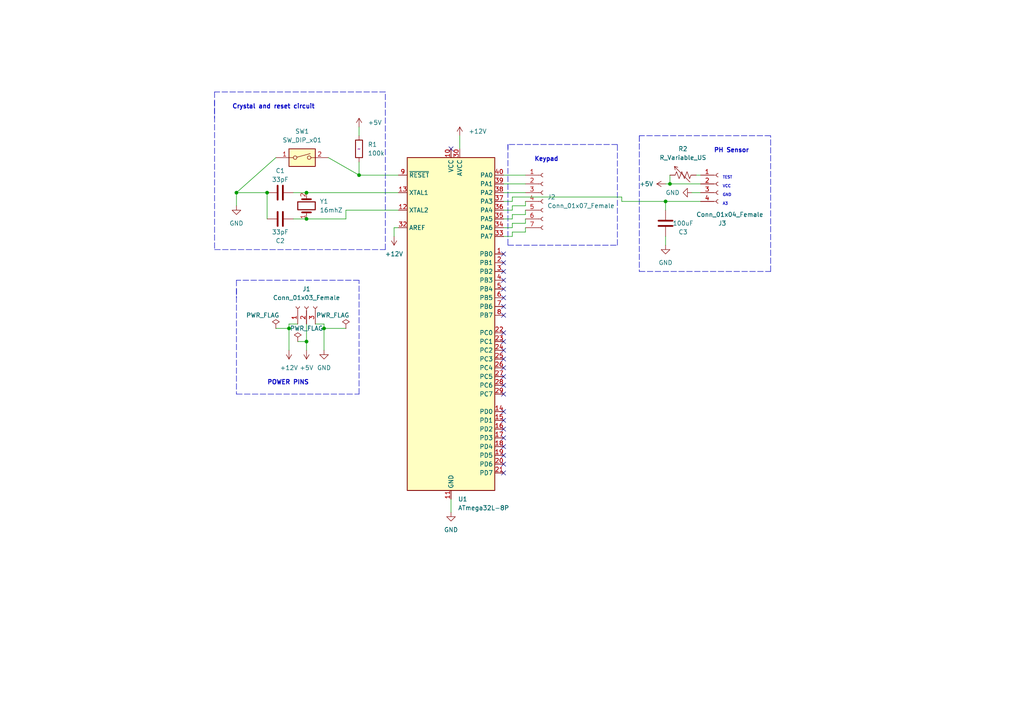
<source format=kicad_sch>
(kicad_sch (version 20211123) (generator eeschema)

  (uuid d7a1f141-a361-4c40-aff1-2d08745f2321)

  (paper "A4")

  (title_block
    (title "KeyPad and PH Sensor")
    (date "2022-06-03")
    (rev "204208F")
  )

  (lib_symbols
    (symbol "Connector:Conn_01x03_Female" (pin_names (offset 1.016) hide) (in_bom yes) (on_board yes)
      (property "Reference" "J" (id 0) (at 0 5.08 0)
        (effects (font (size 1.27 1.27)))
      )
      (property "Value" "Conn_01x03_Female" (id 1) (at 0 -5.08 0)
        (effects (font (size 1.27 1.27)))
      )
      (property "Footprint" "" (id 2) (at 0 0 0)
        (effects (font (size 1.27 1.27)) hide)
      )
      (property "Datasheet" "~" (id 3) (at 0 0 0)
        (effects (font (size 1.27 1.27)) hide)
      )
      (property "ki_keywords" "connector" (id 4) (at 0 0 0)
        (effects (font (size 1.27 1.27)) hide)
      )
      (property "ki_description" "Generic connector, single row, 01x03, script generated (kicad-library-utils/schlib/autogen/connector/)" (id 5) (at 0 0 0)
        (effects (font (size 1.27 1.27)) hide)
      )
      (property "ki_fp_filters" "Connector*:*_1x??_*" (id 6) (at 0 0 0)
        (effects (font (size 1.27 1.27)) hide)
      )
      (symbol "Conn_01x03_Female_1_1"
        (arc (start 0 -2.032) (mid -0.508 -2.54) (end 0 -3.048)
          (stroke (width 0.1524) (type default) (color 0 0 0 0))
          (fill (type none))
        )
        (polyline
          (pts
            (xy -1.27 -2.54)
            (xy -0.508 -2.54)
          )
          (stroke (width 0.1524) (type default) (color 0 0 0 0))
          (fill (type none))
        )
        (polyline
          (pts
            (xy -1.27 0)
            (xy -0.508 0)
          )
          (stroke (width 0.1524) (type default) (color 0 0 0 0))
          (fill (type none))
        )
        (polyline
          (pts
            (xy -1.27 2.54)
            (xy -0.508 2.54)
          )
          (stroke (width 0.1524) (type default) (color 0 0 0 0))
          (fill (type none))
        )
        (arc (start 0 0.508) (mid -0.508 0) (end 0 -0.508)
          (stroke (width 0.1524) (type default) (color 0 0 0 0))
          (fill (type none))
        )
        (arc (start 0 3.048) (mid -0.508 2.54) (end 0 2.032)
          (stroke (width 0.1524) (type default) (color 0 0 0 0))
          (fill (type none))
        )
        (pin passive line (at -5.08 2.54 0) (length 3.81)
          (name "Pin_1" (effects (font (size 1.27 1.27))))
          (number "1" (effects (font (size 1.27 1.27))))
        )
        (pin passive line (at -5.08 0 0) (length 3.81)
          (name "Pin_2" (effects (font (size 1.27 1.27))))
          (number "2" (effects (font (size 1.27 1.27))))
        )
        (pin passive line (at -5.08 -2.54 0) (length 3.81)
          (name "Pin_3" (effects (font (size 1.27 1.27))))
          (number "3" (effects (font (size 1.27 1.27))))
        )
      )
    )
    (symbol "Connector:Conn_01x04_Female" (pin_names (offset 1.016) hide) (in_bom yes) (on_board yes)
      (property "Reference" "J" (id 0) (at 0 5.08 0)
        (effects (font (size 1.27 1.27)))
      )
      (property "Value" "Conn_01x04_Female" (id 1) (at 0 -7.62 0)
        (effects (font (size 1.27 1.27)))
      )
      (property "Footprint" "" (id 2) (at 0 0 0)
        (effects (font (size 1.27 1.27)) hide)
      )
      (property "Datasheet" "~" (id 3) (at 0 0 0)
        (effects (font (size 1.27 1.27)) hide)
      )
      (property "ki_keywords" "connector" (id 4) (at 0 0 0)
        (effects (font (size 1.27 1.27)) hide)
      )
      (property "ki_description" "Generic connector, single row, 01x04, script generated (kicad-library-utils/schlib/autogen/connector/)" (id 5) (at 0 0 0)
        (effects (font (size 1.27 1.27)) hide)
      )
      (property "ki_fp_filters" "Connector*:*_1x??_*" (id 6) (at 0 0 0)
        (effects (font (size 1.27 1.27)) hide)
      )
      (symbol "Conn_01x04_Female_1_1"
        (arc (start 0 -4.572) (mid -0.508 -5.08) (end 0 -5.588)
          (stroke (width 0.1524) (type default) (color 0 0 0 0))
          (fill (type none))
        )
        (arc (start 0 -2.032) (mid -0.508 -2.54) (end 0 -3.048)
          (stroke (width 0.1524) (type default) (color 0 0 0 0))
          (fill (type none))
        )
        (polyline
          (pts
            (xy -1.27 -5.08)
            (xy -0.508 -5.08)
          )
          (stroke (width 0.1524) (type default) (color 0 0 0 0))
          (fill (type none))
        )
        (polyline
          (pts
            (xy -1.27 -2.54)
            (xy -0.508 -2.54)
          )
          (stroke (width 0.1524) (type default) (color 0 0 0 0))
          (fill (type none))
        )
        (polyline
          (pts
            (xy -1.27 0)
            (xy -0.508 0)
          )
          (stroke (width 0.1524) (type default) (color 0 0 0 0))
          (fill (type none))
        )
        (polyline
          (pts
            (xy -1.27 2.54)
            (xy -0.508 2.54)
          )
          (stroke (width 0.1524) (type default) (color 0 0 0 0))
          (fill (type none))
        )
        (arc (start 0 0.508) (mid -0.508 0) (end 0 -0.508)
          (stroke (width 0.1524) (type default) (color 0 0 0 0))
          (fill (type none))
        )
        (arc (start 0 3.048) (mid -0.508 2.54) (end 0 2.032)
          (stroke (width 0.1524) (type default) (color 0 0 0 0))
          (fill (type none))
        )
        (pin passive line (at -5.08 2.54 0) (length 3.81)
          (name "Pin_1" (effects (font (size 1.27 1.27))))
          (number "1" (effects (font (size 1.27 1.27))))
        )
        (pin passive line (at -5.08 0 0) (length 3.81)
          (name "Pin_2" (effects (font (size 1.27 1.27))))
          (number "2" (effects (font (size 1.27 1.27))))
        )
        (pin passive line (at -5.08 -2.54 0) (length 3.81)
          (name "Pin_3" (effects (font (size 1.27 1.27))))
          (number "3" (effects (font (size 1.27 1.27))))
        )
        (pin passive line (at -5.08 -5.08 0) (length 3.81)
          (name "Pin_4" (effects (font (size 1.27 1.27))))
          (number "4" (effects (font (size 1.27 1.27))))
        )
      )
    )
    (symbol "Connector:Conn_01x07_Female" (pin_names (offset 1.016) hide) (in_bom yes) (on_board yes)
      (property "Reference" "J" (id 0) (at 0 10.16 0)
        (effects (font (size 1.27 1.27)))
      )
      (property "Value" "Conn_01x07_Female" (id 1) (at 0 -10.16 0)
        (effects (font (size 1.27 1.27)))
      )
      (property "Footprint" "" (id 2) (at 0 0 0)
        (effects (font (size 1.27 1.27)) hide)
      )
      (property "Datasheet" "~" (id 3) (at 0 0 0)
        (effects (font (size 1.27 1.27)) hide)
      )
      (property "ki_keywords" "connector" (id 4) (at 0 0 0)
        (effects (font (size 1.27 1.27)) hide)
      )
      (property "ki_description" "Generic connector, single row, 01x07, script generated (kicad-library-utils/schlib/autogen/connector/)" (id 5) (at 0 0 0)
        (effects (font (size 1.27 1.27)) hide)
      )
      (property "ki_fp_filters" "Connector*:*_1x??_*" (id 6) (at 0 0 0)
        (effects (font (size 1.27 1.27)) hide)
      )
      (symbol "Conn_01x07_Female_1_1"
        (arc (start 0 -7.112) (mid -0.508 -7.62) (end 0 -8.128)
          (stroke (width 0.1524) (type default) (color 0 0 0 0))
          (fill (type none))
        )
        (arc (start 0 -4.572) (mid -0.508 -5.08) (end 0 -5.588)
          (stroke (width 0.1524) (type default) (color 0 0 0 0))
          (fill (type none))
        )
        (arc (start 0 -2.032) (mid -0.508 -2.54) (end 0 -3.048)
          (stroke (width 0.1524) (type default) (color 0 0 0 0))
          (fill (type none))
        )
        (polyline
          (pts
            (xy -1.27 -7.62)
            (xy -0.508 -7.62)
          )
          (stroke (width 0.1524) (type default) (color 0 0 0 0))
          (fill (type none))
        )
        (polyline
          (pts
            (xy -1.27 -5.08)
            (xy -0.508 -5.08)
          )
          (stroke (width 0.1524) (type default) (color 0 0 0 0))
          (fill (type none))
        )
        (polyline
          (pts
            (xy -1.27 -2.54)
            (xy -0.508 -2.54)
          )
          (stroke (width 0.1524) (type default) (color 0 0 0 0))
          (fill (type none))
        )
        (polyline
          (pts
            (xy -1.27 0)
            (xy -0.508 0)
          )
          (stroke (width 0.1524) (type default) (color 0 0 0 0))
          (fill (type none))
        )
        (polyline
          (pts
            (xy -1.27 2.54)
            (xy -0.508 2.54)
          )
          (stroke (width 0.1524) (type default) (color 0 0 0 0))
          (fill (type none))
        )
        (polyline
          (pts
            (xy -1.27 5.08)
            (xy -0.508 5.08)
          )
          (stroke (width 0.1524) (type default) (color 0 0 0 0))
          (fill (type none))
        )
        (polyline
          (pts
            (xy -1.27 7.62)
            (xy -0.508 7.62)
          )
          (stroke (width 0.1524) (type default) (color 0 0 0 0))
          (fill (type none))
        )
        (arc (start 0 0.508) (mid -0.508 0) (end 0 -0.508)
          (stroke (width 0.1524) (type default) (color 0 0 0 0))
          (fill (type none))
        )
        (arc (start 0 3.048) (mid -0.508 2.54) (end 0 2.032)
          (stroke (width 0.1524) (type default) (color 0 0 0 0))
          (fill (type none))
        )
        (arc (start 0 5.588) (mid -0.508 5.08) (end 0 4.572)
          (stroke (width 0.1524) (type default) (color 0 0 0 0))
          (fill (type none))
        )
        (arc (start 0 8.128) (mid -0.508 7.62) (end 0 7.112)
          (stroke (width 0.1524) (type default) (color 0 0 0 0))
          (fill (type none))
        )
        (pin passive line (at -5.08 7.62 0) (length 3.81)
          (name "Pin_1" (effects (font (size 1.27 1.27))))
          (number "1" (effects (font (size 1.27 1.27))))
        )
        (pin passive line (at -5.08 5.08 0) (length 3.81)
          (name "Pin_2" (effects (font (size 1.27 1.27))))
          (number "2" (effects (font (size 1.27 1.27))))
        )
        (pin passive line (at -5.08 2.54 0) (length 3.81)
          (name "Pin_3" (effects (font (size 1.27 1.27))))
          (number "3" (effects (font (size 1.27 1.27))))
        )
        (pin passive line (at -5.08 0 0) (length 3.81)
          (name "Pin_4" (effects (font (size 1.27 1.27))))
          (number "4" (effects (font (size 1.27 1.27))))
        )
        (pin passive line (at -5.08 -2.54 0) (length 3.81)
          (name "Pin_5" (effects (font (size 1.27 1.27))))
          (number "5" (effects (font (size 1.27 1.27))))
        )
        (pin passive line (at -5.08 -5.08 0) (length 3.81)
          (name "Pin_6" (effects (font (size 1.27 1.27))))
          (number "6" (effects (font (size 1.27 1.27))))
        )
        (pin passive line (at -5.08 -7.62 0) (length 3.81)
          (name "Pin_7" (effects (font (size 1.27 1.27))))
          (number "7" (effects (font (size 1.27 1.27))))
        )
      )
    )
    (symbol "Device:C" (pin_numbers hide) (pin_names (offset 0.254)) (in_bom yes) (on_board yes)
      (property "Reference" "C" (id 0) (at 0.635 2.54 0)
        (effects (font (size 1.27 1.27)) (justify left))
      )
      (property "Value" "C" (id 1) (at 0.635 -2.54 0)
        (effects (font (size 1.27 1.27)) (justify left))
      )
      (property "Footprint" "" (id 2) (at 0.9652 -3.81 0)
        (effects (font (size 1.27 1.27)) hide)
      )
      (property "Datasheet" "~" (id 3) (at 0 0 0)
        (effects (font (size 1.27 1.27)) hide)
      )
      (property "ki_keywords" "cap capacitor" (id 4) (at 0 0 0)
        (effects (font (size 1.27 1.27)) hide)
      )
      (property "ki_description" "Unpolarized capacitor" (id 5) (at 0 0 0)
        (effects (font (size 1.27 1.27)) hide)
      )
      (property "ki_fp_filters" "C_*" (id 6) (at 0 0 0)
        (effects (font (size 1.27 1.27)) hide)
      )
      (symbol "C_0_1"
        (polyline
          (pts
            (xy -2.032 -0.762)
            (xy 2.032 -0.762)
          )
          (stroke (width 0.508) (type default) (color 0 0 0 0))
          (fill (type none))
        )
        (polyline
          (pts
            (xy -2.032 0.762)
            (xy 2.032 0.762)
          )
          (stroke (width 0.508) (type default) (color 0 0 0 0))
          (fill (type none))
        )
      )
      (symbol "C_1_1"
        (pin passive line (at 0 3.81 270) (length 2.794)
          (name "~" (effects (font (size 1.27 1.27))))
          (number "1" (effects (font (size 1.27 1.27))))
        )
        (pin passive line (at 0 -3.81 90) (length 2.794)
          (name "~" (effects (font (size 1.27 1.27))))
          (number "2" (effects (font (size 1.27 1.27))))
        )
      )
    )
    (symbol "Device:Crystal" (pin_names (offset 1.016) hide) (in_bom yes) (on_board yes)
      (property "Reference" "Y" (id 0) (at 0 3.81 0)
        (effects (font (size 1.27 1.27)))
      )
      (property "Value" "Crystal" (id 1) (at 0 -3.81 0)
        (effects (font (size 1.27 1.27)))
      )
      (property "Footprint" "" (id 2) (at 0 0 0)
        (effects (font (size 1.27 1.27)) hide)
      )
      (property "Datasheet" "~" (id 3) (at 0 0 0)
        (effects (font (size 1.27 1.27)) hide)
      )
      (property "ki_keywords" "quartz ceramic resonator oscillator" (id 4) (at 0 0 0)
        (effects (font (size 1.27 1.27)) hide)
      )
      (property "ki_description" "Two pin crystal" (id 5) (at 0 0 0)
        (effects (font (size 1.27 1.27)) hide)
      )
      (property "ki_fp_filters" "Crystal*" (id 6) (at 0 0 0)
        (effects (font (size 1.27 1.27)) hide)
      )
      (symbol "Crystal_0_1"
        (rectangle (start -1.143 2.54) (end 1.143 -2.54)
          (stroke (width 0.3048) (type default) (color 0 0 0 0))
          (fill (type none))
        )
        (polyline
          (pts
            (xy -2.54 0)
            (xy -1.905 0)
          )
          (stroke (width 0) (type default) (color 0 0 0 0))
          (fill (type none))
        )
        (polyline
          (pts
            (xy -1.905 -1.27)
            (xy -1.905 1.27)
          )
          (stroke (width 0.508) (type default) (color 0 0 0 0))
          (fill (type none))
        )
        (polyline
          (pts
            (xy 1.905 -1.27)
            (xy 1.905 1.27)
          )
          (stroke (width 0.508) (type default) (color 0 0 0 0))
          (fill (type none))
        )
        (polyline
          (pts
            (xy 2.54 0)
            (xy 1.905 0)
          )
          (stroke (width 0) (type default) (color 0 0 0 0))
          (fill (type none))
        )
      )
      (symbol "Crystal_1_1"
        (pin passive line (at -3.81 0 0) (length 1.27)
          (name "1" (effects (font (size 1.27 1.27))))
          (number "1" (effects (font (size 1.27 1.27))))
        )
        (pin passive line (at 3.81 0 180) (length 1.27)
          (name "2" (effects (font (size 1.27 1.27))))
          (number "2" (effects (font (size 1.27 1.27))))
        )
      )
    )
    (symbol "Device:R" (pin_numbers hide) (pin_names (offset 0)) (in_bom yes) (on_board yes)
      (property "Reference" "R" (id 0) (at 2.032 0 90)
        (effects (font (size 1.27 1.27)))
      )
      (property "Value" "R" (id 1) (at 0 0 90)
        (effects (font (size 1.27 1.27)))
      )
      (property "Footprint" "" (id 2) (at -1.778 0 90)
        (effects (font (size 1.27 1.27)) hide)
      )
      (property "Datasheet" "~" (id 3) (at 0 0 0)
        (effects (font (size 1.27 1.27)) hide)
      )
      (property "ki_keywords" "R res resistor" (id 4) (at 0 0 0)
        (effects (font (size 1.27 1.27)) hide)
      )
      (property "ki_description" "Resistor" (id 5) (at 0 0 0)
        (effects (font (size 1.27 1.27)) hide)
      )
      (property "ki_fp_filters" "R_*" (id 6) (at 0 0 0)
        (effects (font (size 1.27 1.27)) hide)
      )
      (symbol "R_0_1"
        (rectangle (start -1.016 -2.54) (end 1.016 2.54)
          (stroke (width 0.254) (type default) (color 0 0 0 0))
          (fill (type none))
        )
      )
      (symbol "R_1_1"
        (pin passive line (at 0 3.81 270) (length 1.27)
          (name "~" (effects (font (size 1.27 1.27))))
          (number "1" (effects (font (size 1.27 1.27))))
        )
        (pin passive line (at 0 -3.81 90) (length 1.27)
          (name "~" (effects (font (size 1.27 1.27))))
          (number "2" (effects (font (size 1.27 1.27))))
        )
      )
    )
    (symbol "Device:R_Variable_US" (pin_numbers hide) (pin_names (offset 0)) (in_bom yes) (on_board yes)
      (property "Reference" "R" (id 0) (at 2.54 -2.54 90)
        (effects (font (size 1.27 1.27)) (justify left))
      )
      (property "Value" "R_Variable_US" (id 1) (at -2.54 -1.27 90)
        (effects (font (size 1.27 1.27)) (justify left))
      )
      (property "Footprint" "" (id 2) (at -1.778 0 90)
        (effects (font (size 1.27 1.27)) hide)
      )
      (property "Datasheet" "~" (id 3) (at 0 0 0)
        (effects (font (size 1.27 1.27)) hide)
      )
      (property "ki_keywords" "R res resistor variable potentiometer rheostat" (id 4) (at 0 0 0)
        (effects (font (size 1.27 1.27)) hide)
      )
      (property "ki_description" "Variable resistor, US symbol" (id 5) (at 0 0 0)
        (effects (font (size 1.27 1.27)) hide)
      )
      (property "ki_fp_filters" "R_*" (id 6) (at 0 0 0)
        (effects (font (size 1.27 1.27)) hide)
      )
      (symbol "R_Variable_US_0_1"
        (polyline
          (pts
            (xy 0 -2.286)
            (xy 0 -2.54)
          )
          (stroke (width 0) (type default) (color 0 0 0 0))
          (fill (type none))
        )
        (polyline
          (pts
            (xy 0 2.286)
            (xy 0 2.54)
          )
          (stroke (width 0) (type default) (color 0 0 0 0))
          (fill (type none))
        )
        (polyline
          (pts
            (xy 0 -0.762)
            (xy 1.016 -1.143)
            (xy 0 -1.524)
            (xy -1.016 -1.905)
            (xy 0 -2.286)
          )
          (stroke (width 0) (type default) (color 0 0 0 0))
          (fill (type none))
        )
        (polyline
          (pts
            (xy 0 0.762)
            (xy 1.016 0.381)
            (xy 0 0)
            (xy -1.016 -0.381)
            (xy 0 -0.762)
          )
          (stroke (width 0) (type default) (color 0 0 0 0))
          (fill (type none))
        )
        (polyline
          (pts
            (xy 0 2.286)
            (xy 1.016 1.905)
            (xy 0 1.524)
            (xy -1.016 1.143)
            (xy 0 0.762)
          )
          (stroke (width 0.1524) (type default) (color 0 0 0 0))
          (fill (type none))
        )
        (polyline
          (pts
            (xy 2.286 1.524)
            (xy 2.54 2.54)
            (xy 1.524 2.286)
            (xy 2.54 2.54)
            (xy -2.032 -2.032)
          )
          (stroke (width 0.1524) (type default) (color 0 0 0 0))
          (fill (type none))
        )
      )
      (symbol "R_Variable_US_1_1"
        (pin passive line (at 0 3.81 270) (length 1.27)
          (name "~" (effects (font (size 1.27 1.27))))
          (number "1" (effects (font (size 1.27 1.27))))
        )
        (pin passive line (at 0 -3.81 90) (length 1.27)
          (name "~" (effects (font (size 1.27 1.27))))
          (number "2" (effects (font (size 1.27 1.27))))
        )
      )
    )
    (symbol "MCU_Microchip_ATmega:ATmega32L-8P" (in_bom yes) (on_board yes)
      (property "Reference" "U" (id 0) (at -12.7 49.53 0)
        (effects (font (size 1.27 1.27)) (justify left bottom))
      )
      (property "Value" "ATmega32L-8P" (id 1) (at 2.54 -49.53 0)
        (effects (font (size 1.27 1.27)) (justify left top))
      )
      (property "Footprint" "Package_DIP:DIP-40_W15.24mm" (id 2) (at 0 0 0)
        (effects (font (size 1.27 1.27) italic) hide)
      )
      (property "Datasheet" "http://ww1.microchip.com/downloads/en/DeviceDoc/doc2503.pdf" (id 3) (at 0 0 0)
        (effects (font (size 1.27 1.27)) hide)
      )
      (property "ki_keywords" "AVR 8bit Microcontroller MegaAVR" (id 4) (at 0 0 0)
        (effects (font (size 1.27 1.27)) hide)
      )
      (property "ki_description" "8MHz, 32kB Flash, 2kB SRAM, 1kB EEPROM, JTAG, DIP-40" (id 5) (at 0 0 0)
        (effects (font (size 1.27 1.27)) hide)
      )
      (property "ki_fp_filters" "DIP*W15.24mm*" (id 6) (at 0 0 0)
        (effects (font (size 1.27 1.27)) hide)
      )
      (symbol "ATmega32L-8P_0_1"
        (rectangle (start -12.7 -48.26) (end 12.7 48.26)
          (stroke (width 0.254) (type default) (color 0 0 0 0))
          (fill (type background))
        )
      )
      (symbol "ATmega32L-8P_1_1"
        (pin bidirectional line (at 15.24 20.32 180) (length 2.54)
          (name "PB0" (effects (font (size 1.27 1.27))))
          (number "1" (effects (font (size 1.27 1.27))))
        )
        (pin power_in line (at 0 50.8 270) (length 2.54)
          (name "VCC" (effects (font (size 1.27 1.27))))
          (number "10" (effects (font (size 1.27 1.27))))
        )
        (pin power_in line (at 0 -50.8 90) (length 2.54)
          (name "GND" (effects (font (size 1.27 1.27))))
          (number "11" (effects (font (size 1.27 1.27))))
        )
        (pin output line (at -15.24 33.02 0) (length 2.54)
          (name "XTAL2" (effects (font (size 1.27 1.27))))
          (number "12" (effects (font (size 1.27 1.27))))
        )
        (pin input line (at -15.24 38.1 0) (length 2.54)
          (name "XTAL1" (effects (font (size 1.27 1.27))))
          (number "13" (effects (font (size 1.27 1.27))))
        )
        (pin bidirectional line (at 15.24 -25.4 180) (length 2.54)
          (name "PD0" (effects (font (size 1.27 1.27))))
          (number "14" (effects (font (size 1.27 1.27))))
        )
        (pin bidirectional line (at 15.24 -27.94 180) (length 2.54)
          (name "PD1" (effects (font (size 1.27 1.27))))
          (number "15" (effects (font (size 1.27 1.27))))
        )
        (pin bidirectional line (at 15.24 -30.48 180) (length 2.54)
          (name "PD2" (effects (font (size 1.27 1.27))))
          (number "16" (effects (font (size 1.27 1.27))))
        )
        (pin bidirectional line (at 15.24 -33.02 180) (length 2.54)
          (name "PD3" (effects (font (size 1.27 1.27))))
          (number "17" (effects (font (size 1.27 1.27))))
        )
        (pin bidirectional line (at 15.24 -35.56 180) (length 2.54)
          (name "PD4" (effects (font (size 1.27 1.27))))
          (number "18" (effects (font (size 1.27 1.27))))
        )
        (pin bidirectional line (at 15.24 -38.1 180) (length 2.54)
          (name "PD5" (effects (font (size 1.27 1.27))))
          (number "19" (effects (font (size 1.27 1.27))))
        )
        (pin bidirectional line (at 15.24 17.78 180) (length 2.54)
          (name "PB1" (effects (font (size 1.27 1.27))))
          (number "2" (effects (font (size 1.27 1.27))))
        )
        (pin bidirectional line (at 15.24 -40.64 180) (length 2.54)
          (name "PD6" (effects (font (size 1.27 1.27))))
          (number "20" (effects (font (size 1.27 1.27))))
        )
        (pin bidirectional line (at 15.24 -43.18 180) (length 2.54)
          (name "PD7" (effects (font (size 1.27 1.27))))
          (number "21" (effects (font (size 1.27 1.27))))
        )
        (pin bidirectional line (at 15.24 -2.54 180) (length 2.54)
          (name "PC0" (effects (font (size 1.27 1.27))))
          (number "22" (effects (font (size 1.27 1.27))))
        )
        (pin bidirectional line (at 15.24 -5.08 180) (length 2.54)
          (name "PC1" (effects (font (size 1.27 1.27))))
          (number "23" (effects (font (size 1.27 1.27))))
        )
        (pin bidirectional line (at 15.24 -7.62 180) (length 2.54)
          (name "PC2" (effects (font (size 1.27 1.27))))
          (number "24" (effects (font (size 1.27 1.27))))
        )
        (pin bidirectional line (at 15.24 -10.16 180) (length 2.54)
          (name "PC3" (effects (font (size 1.27 1.27))))
          (number "25" (effects (font (size 1.27 1.27))))
        )
        (pin bidirectional line (at 15.24 -12.7 180) (length 2.54)
          (name "PC4" (effects (font (size 1.27 1.27))))
          (number "26" (effects (font (size 1.27 1.27))))
        )
        (pin bidirectional line (at 15.24 -15.24 180) (length 2.54)
          (name "PC5" (effects (font (size 1.27 1.27))))
          (number "27" (effects (font (size 1.27 1.27))))
        )
        (pin bidirectional line (at 15.24 -17.78 180) (length 2.54)
          (name "PC6" (effects (font (size 1.27 1.27))))
          (number "28" (effects (font (size 1.27 1.27))))
        )
        (pin bidirectional line (at 15.24 -20.32 180) (length 2.54)
          (name "PC7" (effects (font (size 1.27 1.27))))
          (number "29" (effects (font (size 1.27 1.27))))
        )
        (pin bidirectional line (at 15.24 15.24 180) (length 2.54)
          (name "PB2" (effects (font (size 1.27 1.27))))
          (number "3" (effects (font (size 1.27 1.27))))
        )
        (pin power_in line (at 2.54 50.8 270) (length 2.54)
          (name "AVCC" (effects (font (size 1.27 1.27))))
          (number "30" (effects (font (size 1.27 1.27))))
        )
        (pin passive line (at 0 -50.8 90) (length 2.54) hide
          (name "GND" (effects (font (size 1.27 1.27))))
          (number "31" (effects (font (size 1.27 1.27))))
        )
        (pin passive line (at -15.24 27.94 0) (length 2.54)
          (name "AREF" (effects (font (size 1.27 1.27))))
          (number "32" (effects (font (size 1.27 1.27))))
        )
        (pin bidirectional line (at 15.24 25.4 180) (length 2.54)
          (name "PA7" (effects (font (size 1.27 1.27))))
          (number "33" (effects (font (size 1.27 1.27))))
        )
        (pin bidirectional line (at 15.24 27.94 180) (length 2.54)
          (name "PA6" (effects (font (size 1.27 1.27))))
          (number "34" (effects (font (size 1.27 1.27))))
        )
        (pin bidirectional line (at 15.24 30.48 180) (length 2.54)
          (name "PA5" (effects (font (size 1.27 1.27))))
          (number "35" (effects (font (size 1.27 1.27))))
        )
        (pin bidirectional line (at 15.24 33.02 180) (length 2.54)
          (name "PA4" (effects (font (size 1.27 1.27))))
          (number "36" (effects (font (size 1.27 1.27))))
        )
        (pin bidirectional line (at 15.24 35.56 180) (length 2.54)
          (name "PA3" (effects (font (size 1.27 1.27))))
          (number "37" (effects (font (size 1.27 1.27))))
        )
        (pin bidirectional line (at 15.24 38.1 180) (length 2.54)
          (name "PA2" (effects (font (size 1.27 1.27))))
          (number "38" (effects (font (size 1.27 1.27))))
        )
        (pin bidirectional line (at 15.24 40.64 180) (length 2.54)
          (name "PA1" (effects (font (size 1.27 1.27))))
          (number "39" (effects (font (size 1.27 1.27))))
        )
        (pin bidirectional line (at 15.24 12.7 180) (length 2.54)
          (name "PB3" (effects (font (size 1.27 1.27))))
          (number "4" (effects (font (size 1.27 1.27))))
        )
        (pin bidirectional line (at 15.24 43.18 180) (length 2.54)
          (name "PA0" (effects (font (size 1.27 1.27))))
          (number "40" (effects (font (size 1.27 1.27))))
        )
        (pin bidirectional line (at 15.24 10.16 180) (length 2.54)
          (name "PB4" (effects (font (size 1.27 1.27))))
          (number "5" (effects (font (size 1.27 1.27))))
        )
        (pin bidirectional line (at 15.24 7.62 180) (length 2.54)
          (name "PB5" (effects (font (size 1.27 1.27))))
          (number "6" (effects (font (size 1.27 1.27))))
        )
        (pin bidirectional line (at 15.24 5.08 180) (length 2.54)
          (name "PB6" (effects (font (size 1.27 1.27))))
          (number "7" (effects (font (size 1.27 1.27))))
        )
        (pin bidirectional line (at 15.24 2.54 180) (length 2.54)
          (name "PB7" (effects (font (size 1.27 1.27))))
          (number "8" (effects (font (size 1.27 1.27))))
        )
        (pin input line (at -15.24 43.18 0) (length 2.54)
          (name "~{RESET}" (effects (font (size 1.27 1.27))))
          (number "9" (effects (font (size 1.27 1.27))))
        )
      )
    )
    (symbol "Switch:SW_DIP_x01" (pin_names (offset 0) hide) (in_bom yes) (on_board yes)
      (property "Reference" "SW" (id 0) (at 0 3.81 0)
        (effects (font (size 1.27 1.27)))
      )
      (property "Value" "SW_DIP_x01" (id 1) (at 0 -3.81 0)
        (effects (font (size 1.27 1.27)))
      )
      (property "Footprint" "" (id 2) (at 0 0 0)
        (effects (font (size 1.27 1.27)) hide)
      )
      (property "Datasheet" "~" (id 3) (at 0 0 0)
        (effects (font (size 1.27 1.27)) hide)
      )
      (property "ki_keywords" "dip switch" (id 4) (at 0 0 0)
        (effects (font (size 1.27 1.27)) hide)
      )
      (property "ki_description" "1x DIP Switch, Single Pole Single Throw (SPST) switch, small symbol" (id 5) (at 0 0 0)
        (effects (font (size 1.27 1.27)) hide)
      )
      (property "ki_fp_filters" "SW?DIP?x1*" (id 6) (at 0 0 0)
        (effects (font (size 1.27 1.27)) hide)
      )
      (symbol "SW_DIP_x01_0_0"
        (circle (center -2.032 0) (radius 0.508)
          (stroke (width 0) (type default) (color 0 0 0 0))
          (fill (type none))
        )
        (polyline
          (pts
            (xy -1.524 0.127)
            (xy 2.3622 1.1684)
          )
          (stroke (width 0) (type default) (color 0 0 0 0))
          (fill (type none))
        )
        (circle (center 2.032 0) (radius 0.508)
          (stroke (width 0) (type default) (color 0 0 0 0))
          (fill (type none))
        )
      )
      (symbol "SW_DIP_x01_0_1"
        (rectangle (start -3.81 2.54) (end 3.81 -2.54)
          (stroke (width 0.254) (type default) (color 0 0 0 0))
          (fill (type background))
        )
      )
      (symbol "SW_DIP_x01_1_1"
        (pin passive line (at -7.62 0 0) (length 5.08)
          (name "~" (effects (font (size 1.27 1.27))))
          (number "1" (effects (font (size 1.27 1.27))))
        )
        (pin passive line (at 7.62 0 180) (length 5.08)
          (name "~" (effects (font (size 1.27 1.27))))
          (number "2" (effects (font (size 1.27 1.27))))
        )
      )
    )
    (symbol "power:+12V" (power) (pin_names (offset 0)) (in_bom yes) (on_board yes)
      (property "Reference" "#PWR" (id 0) (at 0 -3.81 0)
        (effects (font (size 1.27 1.27)) hide)
      )
      (property "Value" "+12V" (id 1) (at 0 3.556 0)
        (effects (font (size 1.27 1.27)))
      )
      (property "Footprint" "" (id 2) (at 0 0 0)
        (effects (font (size 1.27 1.27)) hide)
      )
      (property "Datasheet" "" (id 3) (at 0 0 0)
        (effects (font (size 1.27 1.27)) hide)
      )
      (property "ki_keywords" "power-flag" (id 4) (at 0 0 0)
        (effects (font (size 1.27 1.27)) hide)
      )
      (property "ki_description" "Power symbol creates a global label with name \"+12V\"" (id 5) (at 0 0 0)
        (effects (font (size 1.27 1.27)) hide)
      )
      (symbol "+12V_0_1"
        (polyline
          (pts
            (xy -0.762 1.27)
            (xy 0 2.54)
          )
          (stroke (width 0) (type default) (color 0 0 0 0))
          (fill (type none))
        )
        (polyline
          (pts
            (xy 0 0)
            (xy 0 2.54)
          )
          (stroke (width 0) (type default) (color 0 0 0 0))
          (fill (type none))
        )
        (polyline
          (pts
            (xy 0 2.54)
            (xy 0.762 1.27)
          )
          (stroke (width 0) (type default) (color 0 0 0 0))
          (fill (type none))
        )
      )
      (symbol "+12V_1_1"
        (pin power_in line (at 0 0 90) (length 0) hide
          (name "+12V" (effects (font (size 1.27 1.27))))
          (number "1" (effects (font (size 1.27 1.27))))
        )
      )
    )
    (symbol "power:+5V" (power) (pin_names (offset 0)) (in_bom yes) (on_board yes)
      (property "Reference" "#PWR" (id 0) (at 0 -3.81 0)
        (effects (font (size 1.27 1.27)) hide)
      )
      (property "Value" "+5V" (id 1) (at 0 3.556 0)
        (effects (font (size 1.27 1.27)))
      )
      (property "Footprint" "" (id 2) (at 0 0 0)
        (effects (font (size 1.27 1.27)) hide)
      )
      (property "Datasheet" "" (id 3) (at 0 0 0)
        (effects (font (size 1.27 1.27)) hide)
      )
      (property "ki_keywords" "power-flag" (id 4) (at 0 0 0)
        (effects (font (size 1.27 1.27)) hide)
      )
      (property "ki_description" "Power symbol creates a global label with name \"+5V\"" (id 5) (at 0 0 0)
        (effects (font (size 1.27 1.27)) hide)
      )
      (symbol "+5V_0_1"
        (polyline
          (pts
            (xy -0.762 1.27)
            (xy 0 2.54)
          )
          (stroke (width 0) (type default) (color 0 0 0 0))
          (fill (type none))
        )
        (polyline
          (pts
            (xy 0 0)
            (xy 0 2.54)
          )
          (stroke (width 0) (type default) (color 0 0 0 0))
          (fill (type none))
        )
        (polyline
          (pts
            (xy 0 2.54)
            (xy 0.762 1.27)
          )
          (stroke (width 0) (type default) (color 0 0 0 0))
          (fill (type none))
        )
      )
      (symbol "+5V_1_1"
        (pin power_in line (at 0 0 90) (length 0) hide
          (name "+5V" (effects (font (size 1.27 1.27))))
          (number "1" (effects (font (size 1.27 1.27))))
        )
      )
    )
    (symbol "power:GND" (power) (pin_names (offset 0)) (in_bom yes) (on_board yes)
      (property "Reference" "#PWR" (id 0) (at 0 -6.35 0)
        (effects (font (size 1.27 1.27)) hide)
      )
      (property "Value" "GND" (id 1) (at 0 -3.81 0)
        (effects (font (size 1.27 1.27)))
      )
      (property "Footprint" "" (id 2) (at 0 0 0)
        (effects (font (size 1.27 1.27)) hide)
      )
      (property "Datasheet" "" (id 3) (at 0 0 0)
        (effects (font (size 1.27 1.27)) hide)
      )
      (property "ki_keywords" "power-flag" (id 4) (at 0 0 0)
        (effects (font (size 1.27 1.27)) hide)
      )
      (property "ki_description" "Power symbol creates a global label with name \"GND\" , ground" (id 5) (at 0 0 0)
        (effects (font (size 1.27 1.27)) hide)
      )
      (symbol "GND_0_1"
        (polyline
          (pts
            (xy 0 0)
            (xy 0 -1.27)
            (xy 1.27 -1.27)
            (xy 0 -2.54)
            (xy -1.27 -1.27)
            (xy 0 -1.27)
          )
          (stroke (width 0) (type default) (color 0 0 0 0))
          (fill (type none))
        )
      )
      (symbol "GND_1_1"
        (pin power_in line (at 0 0 270) (length 0) hide
          (name "GND" (effects (font (size 1.27 1.27))))
          (number "1" (effects (font (size 1.27 1.27))))
        )
      )
    )
    (symbol "power:PWR_FLAG" (power) (pin_numbers hide) (pin_names (offset 0) hide) (in_bom yes) (on_board yes)
      (property "Reference" "#FLG" (id 0) (at 0 1.905 0)
        (effects (font (size 1.27 1.27)) hide)
      )
      (property "Value" "PWR_FLAG" (id 1) (at 0 3.81 0)
        (effects (font (size 1.27 1.27)))
      )
      (property "Footprint" "" (id 2) (at 0 0 0)
        (effects (font (size 1.27 1.27)) hide)
      )
      (property "Datasheet" "~" (id 3) (at 0 0 0)
        (effects (font (size 1.27 1.27)) hide)
      )
      (property "ki_keywords" "power-flag" (id 4) (at 0 0 0)
        (effects (font (size 1.27 1.27)) hide)
      )
      (property "ki_description" "Special symbol for telling ERC where power comes from" (id 5) (at 0 0 0)
        (effects (font (size 1.27 1.27)) hide)
      )
      (symbol "PWR_FLAG_0_0"
        (pin power_out line (at 0 0 90) (length 0)
          (name "pwr" (effects (font (size 1.27 1.27))))
          (number "1" (effects (font (size 1.27 1.27))))
        )
      )
      (symbol "PWR_FLAG_0_1"
        (polyline
          (pts
            (xy 0 0)
            (xy 0 1.27)
            (xy -1.016 1.905)
            (xy 0 2.54)
            (xy 1.016 1.905)
            (xy 0 1.27)
          )
          (stroke (width 0) (type default) (color 0 0 0 0))
          (fill (type none))
        )
      )
    )
  )

  (junction (at 93.98 95.25) (diameter 0) (color 0 0 0 0)
    (uuid 07bc0b96-fce9-46b7-a574-a0394d5513e4)
  )
  (junction (at 68.58 55.88) (diameter 0) (color 0 0 0 0)
    (uuid 0a63a3fb-9e12-4f3a-a51e-9fe8b06aa97d)
  )
  (junction (at 77.47 55.88) (diameter 0) (color 0 0 0 0)
    (uuid 179806f8-0cdb-4c74-ba73-a51d5b0d7071)
  )
  (junction (at 88.9 55.88) (diameter 0) (color 0 0 0 0)
    (uuid 6582efda-1be6-49c7-812f-cb84948c9a55)
  )
  (junction (at 193.04 58.42) (diameter 0) (color 0 0 0 0)
    (uuid 80a14f38-c187-44ef-b76b-19b6703ba141)
  )
  (junction (at 88.9 63.5) (diameter 0) (color 0 0 0 0)
    (uuid a34ac7f9-e1a0-4c0c-a1cf-fa9b1877ca5b)
  )
  (junction (at 104.14 50.8) (diameter 0) (color 0 0 0 0)
    (uuid b99032d6-c554-4978-a795-731be02a4ec8)
  )
  (junction (at 88.9 99.06) (diameter 0) (color 0 0 0 0)
    (uuid d930170a-9451-494d-9684-6a63ce8b5cbd)
  )
  (junction (at 194.31 53.34) (diameter 0) (color 0 0 0 0)
    (uuid f1bd0299-f747-4712-832d-166d26724b56)
  )
  (junction (at 83.82 95.25) (diameter 0) (color 0 0 0 0)
    (uuid f600c6c4-6675-4878-9198-70f5edcf97b5)
  )

  (no_connect (at 146.05 99.06) (uuid 510856c1-f558-4ad2-8c67-8193e4571fe6))
  (no_connect (at 146.05 73.66) (uuid af97c784-439b-4c99-bbe4-f0c7c610ba6b))
  (no_connect (at 146.05 76.2) (uuid af97c784-439b-4c99-bbe4-f0c7c610ba6b))
  (no_connect (at 146.05 83.82) (uuid af97c784-439b-4c99-bbe4-f0c7c610ba6b))
  (no_connect (at 146.05 81.28) (uuid af97c784-439b-4c99-bbe4-f0c7c610ba6b))
  (no_connect (at 146.05 78.74) (uuid af97c784-439b-4c99-bbe4-f0c7c610ba6b))
  (no_connect (at 146.05 106.68) (uuid af97c784-439b-4c99-bbe4-f0c7c610ba6b))
  (no_connect (at 146.05 109.22) (uuid af97c784-439b-4c99-bbe4-f0c7c610ba6b))
  (no_connect (at 146.05 111.76) (uuid af97c784-439b-4c99-bbe4-f0c7c610ba6b))
  (no_connect (at 146.05 114.3) (uuid af97c784-439b-4c99-bbe4-f0c7c610ba6b))
  (no_connect (at 146.05 121.92) (uuid af97c784-439b-4c99-bbe4-f0c7c610ba6b))
  (no_connect (at 146.05 124.46) (uuid af97c784-439b-4c99-bbe4-f0c7c610ba6b))
  (no_connect (at 146.05 104.14) (uuid af97c784-439b-4c99-bbe4-f0c7c610ba6b))
  (no_connect (at 146.05 119.38) (uuid af97c784-439b-4c99-bbe4-f0c7c610ba6b))
  (no_connect (at 146.05 88.9) (uuid af97c784-439b-4c99-bbe4-f0c7c610ba6b))
  (no_connect (at 146.05 86.36) (uuid af97c784-439b-4c99-bbe4-f0c7c610ba6b))
  (no_connect (at 146.05 91.44) (uuid af97c784-439b-4c99-bbe4-f0c7c610ba6b))
  (no_connect (at 146.05 101.6) (uuid af97c784-439b-4c99-bbe4-f0c7c610ba6b))
  (no_connect (at 146.05 96.52) (uuid af97c784-439b-4c99-bbe4-f0c7c610ba6b))
  (no_connect (at 146.05 127) (uuid d73eab79-1573-4a39-a5ea-3074c00245c3))
  (no_connect (at 130.81 43.18) (uuid fe777051-0316-48d5-b422-44743d480ab6))
  (no_connect (at 146.05 137.16) (uuid fe777051-0316-48d5-b422-44743d480ab6))
  (no_connect (at 146.05 134.62) (uuid fe777051-0316-48d5-b422-44743d480ab6))
  (no_connect (at 146.05 132.08) (uuid fe777051-0316-48d5-b422-44743d480ab6))
  (no_connect (at 146.05 129.54) (uuid fe777051-0316-48d5-b422-44743d480ab6))

  (polyline (pts (xy 68.58 81.28) (xy 68.58 86.36))
    (stroke (width 0) (type default) (color 0 0 0 0))
    (uuid 053d918c-5780-4d56-be05-e4a048ab936c)
  )

  (wire (pts (xy 203.2 58.42) (xy 193.04 58.42))
    (stroke (width 0) (type default) (color 0 0 0 0))
    (uuid 0bb796e0-d1b9-4a62-af71-1bbe8b17aac3)
  )
  (wire (pts (xy 152.4 64.77) (xy 148.59 64.77))
    (stroke (width 0) (type default) (color 0 0 0 0))
    (uuid 0cb1b55e-36cf-40c3-9958-e17f65178635)
  )
  (wire (pts (xy 83.82 95.25) (xy 83.82 101.6))
    (stroke (width 0) (type default) (color 0 0 0 0))
    (uuid 0d86433f-30bb-49ae-9a37-dece9fb59d65)
  )
  (wire (pts (xy 180.34 57.15) (xy 148.59 57.15))
    (stroke (width 0) (type default) (color 0 0 0 0))
    (uuid 0eaf9ba9-efea-49f8-904c-5a75cc2bc019)
  )
  (wire (pts (xy 152.4 66.04) (xy 152.4 67.31))
    (stroke (width 0) (type default) (color 0 0 0 0))
    (uuid 13df59bb-1c1d-4a60-879f-fa3828055ae8)
  )
  (wire (pts (xy 88.9 63.5) (xy 100.33 63.5))
    (stroke (width 0) (type default) (color 0 0 0 0))
    (uuid 1659b9d1-bb1d-4cf8-84ba-07beeda212b0)
  )
  (wire (pts (xy 146.05 50.8) (xy 152.4 50.8))
    (stroke (width 0) (type default) (color 0 0 0 0))
    (uuid 19968827-667f-42c3-8bbd-1cfb14559563)
  )
  (wire (pts (xy 88.9 55.88) (xy 115.57 55.88))
    (stroke (width 0) (type default) (color 0 0 0 0))
    (uuid 1ad58d34-1f9d-4a18-837b-456dfdcc0c8f)
  )
  (wire (pts (xy 100.33 63.5) (xy 100.33 60.96))
    (stroke (width 0) (type default) (color 0 0 0 0))
    (uuid 1b5c1315-752d-41c9-aaea-6e5cbb071949)
  )
  (wire (pts (xy 85.09 63.5) (xy 88.9 63.5))
    (stroke (width 0) (type default) (color 0 0 0 0))
    (uuid 1e07362f-a18e-4777-b632-20e703c5cc0b)
  )
  (wire (pts (xy 93.98 95.25) (xy 100.33 95.25))
    (stroke (width 0) (type default) (color 0 0 0 0))
    (uuid 23c5f9e7-4603-475e-b5c0-076675e6f4ca)
  )
  (wire (pts (xy 193.04 68.58) (xy 193.04 71.12))
    (stroke (width 0) (type default) (color 0 0 0 0))
    (uuid 25c6b9ef-0d36-4200-adb7-adebf19238e7)
  )
  (polyline (pts (xy 62.23 72.39) (xy 111.76 72.39))
    (stroke (width 0) (type default) (color 0 0 0 0))
    (uuid 278b95b7-9e88-4258-85ee-36104bdffd9a)
  )

  (wire (pts (xy 80.01 45.72) (xy 68.58 55.88))
    (stroke (width 0) (type default) (color 0 0 0 0))
    (uuid 29683196-20b7-45aa-9cad-ebc7fd6dd662)
  )
  (wire (pts (xy 86.36 93.98) (xy 83.82 93.98))
    (stroke (width 0) (type default) (color 0 0 0 0))
    (uuid 2bda9656-bb42-4ef4-a3ce-bbd0aa66e542)
  )
  (polyline (pts (xy 68.58 83.82) (xy 68.58 114.3))
    (stroke (width 0) (type default) (color 0 0 0 0))
    (uuid 2ff3c20f-a9a8-428e-b088-ef3cc4228463)
  )

  (wire (pts (xy 68.58 55.88) (xy 68.58 59.69))
    (stroke (width 0) (type default) (color 0 0 0 0))
    (uuid 3c674b8d-8bec-4e2a-805e-802d908d1560)
  )
  (polyline (pts (xy 104.14 81.28) (xy 68.58 81.28))
    (stroke (width 0) (type default) (color 0 0 0 0))
    (uuid 3f3c5790-ce5a-43e1-b589-90addf81754f)
  )

  (wire (pts (xy 148.59 57.15) (xy 148.59 58.42))
    (stroke (width 0) (type default) (color 0 0 0 0))
    (uuid 411c87e5-badb-4f7a-9b43-1db7c447cbb8)
  )
  (wire (pts (xy 152.4 58.42) (xy 152.4 59.69))
    (stroke (width 0) (type default) (color 0 0 0 0))
    (uuid 45de5b6d-279d-4e7f-8c65-a51327bdac33)
  )
  (wire (pts (xy 146.05 58.42) (xy 148.59 58.42))
    (stroke (width 0) (type default) (color 0 0 0 0))
    (uuid 486399cc-267f-4bbc-8c4f-dd98b94b2165)
  )
  (wire (pts (xy 93.98 95.25) (xy 93.98 101.6))
    (stroke (width 0) (type default) (color 0 0 0 0))
    (uuid 499aefac-1a48-48c2-a9c7-dfcfce6a8c5f)
  )
  (wire (pts (xy 148.59 62.23) (xy 148.59 63.5))
    (stroke (width 0) (type default) (color 0 0 0 0))
    (uuid 4a665992-c0bd-43ed-bf26-b154b1d521e1)
  )
  (wire (pts (xy 146.05 68.58) (xy 148.59 68.58))
    (stroke (width 0) (type default) (color 0 0 0 0))
    (uuid 4e0e102e-8cb1-4cc9-9443-7916f4d69920)
  )
  (polyline (pts (xy 147.32 71.12) (xy 179.07 71.12))
    (stroke (width 0) (type default) (color 0 0 0 0))
    (uuid 4e71c57e-4f61-48c5-8812-b95ec119d487)
  )

  (wire (pts (xy 200.66 55.88) (xy 203.2 55.88))
    (stroke (width 0) (type default) (color 0 0 0 0))
    (uuid 4e9d7666-88e6-40b5-905c-61342db141e9)
  )
  (polyline (pts (xy 147.32 41.91) (xy 147.32 71.12))
    (stroke (width 0) (type default) (color 0 0 0 0))
    (uuid 51988019-5b1a-4510-99d9-08ac59107ffe)
  )

  (wire (pts (xy 130.81 144.78) (xy 130.81 148.59))
    (stroke (width 0) (type default) (color 0 0 0 0))
    (uuid 51a8ec6d-1cb6-4009-9c7b-1f47f9638700)
  )
  (wire (pts (xy 104.14 50.8) (xy 115.57 50.8))
    (stroke (width 0) (type default) (color 0 0 0 0))
    (uuid 536f3278-a4d9-480d-8c92-13a583f0ae6a)
  )
  (wire (pts (xy 93.98 93.98) (xy 93.98 95.25))
    (stroke (width 0) (type default) (color 0 0 0 0))
    (uuid 5472c917-9e05-4add-a4b9-d27e3cda2db9)
  )
  (wire (pts (xy 152.4 67.31) (xy 148.59 67.31))
    (stroke (width 0) (type default) (color 0 0 0 0))
    (uuid 5ffd3584-5ecd-44dd-94af-486ee9d0876c)
  )
  (wire (pts (xy 148.59 60.96) (xy 146.05 60.96))
    (stroke (width 0) (type default) (color 0 0 0 0))
    (uuid 678a97ec-b8e6-4ea1-ae81-e987b845002b)
  )
  (wire (pts (xy 152.4 62.23) (xy 148.59 62.23))
    (stroke (width 0) (type default) (color 0 0 0 0))
    (uuid 6b05a94b-eb7d-489f-a3a2-dc4e8430d306)
  )
  (wire (pts (xy 148.59 67.31) (xy 148.59 68.58))
    (stroke (width 0) (type default) (color 0 0 0 0))
    (uuid 6cfe83dd-57dc-4bb3-ba1b-23d1052acb3c)
  )
  (wire (pts (xy 152.4 63.5) (xy 152.4 64.77))
    (stroke (width 0) (type default) (color 0 0 0 0))
    (uuid 6d8a8013-555f-422a-973d-0b6432488189)
  )
  (polyline (pts (xy 185.42 39.37) (xy 185.42 41.91))
    (stroke (width 0) (type default) (color 0 0 0 0))
    (uuid 6f168cf7-640f-424f-97ee-50c5032356fe)
  )

  (wire (pts (xy 100.33 60.96) (xy 115.57 60.96))
    (stroke (width 0) (type default) (color 0 0 0 0))
    (uuid 75d5a987-3a6f-4f6f-a8c1-bf103f0980bd)
  )
  (wire (pts (xy 104.14 36.83) (xy 104.14 39.37))
    (stroke (width 0) (type default) (color 0 0 0 0))
    (uuid 793fa6d4-f2be-43a9-a9bc-3cac75c096c0)
  )
  (polyline (pts (xy 111.76 26.67) (xy 62.23 26.67))
    (stroke (width 0) (type default) (color 0 0 0 0))
    (uuid 798b2b36-89cf-4496-acfd-516e6953e5ec)
  )

  (wire (pts (xy 114.3 66.04) (xy 114.3 68.58))
    (stroke (width 0) (type default) (color 0 0 0 0))
    (uuid 7ca25e06-0a3e-413d-986e-557e05c18fd8)
  )
  (wire (pts (xy 88.9 93.98) (xy 88.9 99.06))
    (stroke (width 0) (type default) (color 0 0 0 0))
    (uuid 7d2d56fd-95a2-49fd-930d-641bc43797b5)
  )
  (polyline (pts (xy 62.23 29.21) (xy 62.23 72.39))
    (stroke (width 0) (type default) (color 0 0 0 0))
    (uuid 7ebb8fce-bc88-4935-b126-02f55b46dd13)
  )

  (wire (pts (xy 86.36 99.06) (xy 88.9 99.06))
    (stroke (width 0) (type default) (color 0 0 0 0))
    (uuid 832422c9-f953-4168-bc82-5e91ab7d0a24)
  )
  (wire (pts (xy 88.9 99.06) (xy 88.9 101.6))
    (stroke (width 0) (type default) (color 0 0 0 0))
    (uuid 89180921-dc46-4755-a584-fc8c88a9b1f6)
  )
  (wire (pts (xy 80.01 95.25) (xy 83.82 95.25))
    (stroke (width 0) (type default) (color 0 0 0 0))
    (uuid 9108a840-17cb-4f34-a153-a54f6372caa5)
  )
  (polyline (pts (xy 185.42 39.37) (xy 185.42 78.74))
    (stroke (width 0) (type default) (color 0 0 0 0))
    (uuid 93d636f6-2063-45bf-ac7c-682c36f11651)
  )

  (wire (pts (xy 85.09 55.88) (xy 88.9 55.88))
    (stroke (width 0) (type default) (color 0 0 0 0))
    (uuid 96a860ad-335d-41b4-9cf8-5370030ad7ab)
  )
  (wire (pts (xy 180.34 58.42) (xy 180.34 57.15))
    (stroke (width 0) (type default) (color 0 0 0 0))
    (uuid 9a3b6e06-e23f-4183-91c7-d8f6390ab6bd)
  )
  (wire (pts (xy 193.04 58.42) (xy 180.34 58.42))
    (stroke (width 0) (type default) (color 0 0 0 0))
    (uuid 9b266752-1fe4-4055-a534-7552b37d8c55)
  )
  (wire (pts (xy 146.05 66.04) (xy 148.59 66.04))
    (stroke (width 0) (type default) (color 0 0 0 0))
    (uuid 9c6202c7-e024-4e62-be5a-7ddf57592fe7)
  )
  (wire (pts (xy 133.35 39.37) (xy 133.35 43.18))
    (stroke (width 0) (type default) (color 0 0 0 0))
    (uuid 9f18c9c2-04ac-4c1a-9786-0d1b41800b03)
  )
  (wire (pts (xy 83.82 93.98) (xy 83.82 95.25))
    (stroke (width 0) (type default) (color 0 0 0 0))
    (uuid a0d4daa2-4f58-451b-8e9a-0de9df0d98f9)
  )
  (wire (pts (xy 152.4 59.69) (xy 148.59 59.69))
    (stroke (width 0) (type default) (color 0 0 0 0))
    (uuid a468abf2-8abe-4056-b596-e163cc73c6ef)
  )
  (wire (pts (xy 148.59 64.77) (xy 148.59 66.04))
    (stroke (width 0) (type default) (color 0 0 0 0))
    (uuid a73f904a-6add-4ae2-b3d6-297a0ce08d71)
  )
  (polyline (pts (xy 62.23 26.67) (xy 62.23 34.29))
    (stroke (width 0) (type default) (color 0 0 0 0))
    (uuid b0571825-73da-4d48-896a-5b77a56781d9)
  )
  (polyline (pts (xy 179.07 71.12) (xy 179.07 41.91))
    (stroke (width 0) (type default) (color 0 0 0 0))
    (uuid b0a2a4fb-c474-40bf-8045-47b7b0e0cd06)
  )
  (polyline (pts (xy 104.14 114.3) (xy 104.14 81.28))
    (stroke (width 0) (type default) (color 0 0 0 0))
    (uuid b62c6c4a-aaa1-4888-96f9-8c3f6fed8449)
  )
  (polyline (pts (xy 223.52 39.37) (xy 185.42 39.37))
    (stroke (width 0) (type default) (color 0 0 0 0))
    (uuid bc0485b3-9c02-4ed3-863c-d18e3af1a48d)
  )
  (polyline (pts (xy 223.52 78.74) (xy 223.52 39.37))
    (stroke (width 0) (type default) (color 0 0 0 0))
    (uuid bc9c9009-abb3-4961-a298-2b10021e92e5)
  )

  (wire (pts (xy 104.14 46.99) (xy 104.14 50.8))
    (stroke (width 0) (type default) (color 0 0 0 0))
    (uuid c92b804e-c177-4762-956d-47b6186ff963)
  )
  (wire (pts (xy 91.44 93.98) (xy 93.98 93.98))
    (stroke (width 0) (type default) (color 0 0 0 0))
    (uuid d10c0b25-28db-4395-9a95-1d1d5c620df1)
  )
  (wire (pts (xy 115.57 66.04) (xy 114.3 66.04))
    (stroke (width 0) (type default) (color 0 0 0 0))
    (uuid d1152dc5-0076-46df-9724-8b74420eeb78)
  )
  (wire (pts (xy 68.58 55.88) (xy 77.47 55.88))
    (stroke (width 0) (type default) (color 0 0 0 0))
    (uuid d26e8376-b3b6-451b-aa63-4be7aab5aa17)
  )
  (wire (pts (xy 193.04 53.34) (xy 194.31 53.34))
    (stroke (width 0) (type default) (color 0 0 0 0))
    (uuid d30f3236-6ab9-42e3-8ebf-31810f9f73f6)
  )
  (wire (pts (xy 148.59 59.69) (xy 148.59 60.96))
    (stroke (width 0) (type default) (color 0 0 0 0))
    (uuid d51153fe-5f79-4276-97eb-663e99255c0b)
  )
  (wire (pts (xy 95.25 45.72) (xy 104.14 50.8))
    (stroke (width 0) (type default) (color 0 0 0 0))
    (uuid d64bf64d-40ec-4a68-833f-9c49c3e27ec3)
  )
  (wire (pts (xy 194.31 53.34) (xy 203.2 53.34))
    (stroke (width 0) (type default) (color 0 0 0 0))
    (uuid dba2200a-e718-46b4-a393-edcf6fdd65b7)
  )
  (polyline (pts (xy 68.58 114.3) (xy 104.14 114.3))
    (stroke (width 0) (type default) (color 0 0 0 0))
    (uuid dfb3a79e-7fa1-43d2-82f3-6981fdfb754e)
  )
  (polyline (pts (xy 179.07 41.91) (xy 147.32 41.91))
    (stroke (width 0) (type default) (color 0 0 0 0))
    (uuid e4ee7d44-49fc-4851-9167-6c0a1a94a678)
  )

  (wire (pts (xy 146.05 53.34) (xy 152.4 53.34))
    (stroke (width 0) (type default) (color 0 0 0 0))
    (uuid e84421a6-10b8-4f36-9184-e7ad2556d017)
  )
  (polyline (pts (xy 111.76 72.39) (xy 111.76 26.67))
    (stroke (width 0) (type default) (color 0 0 0 0))
    (uuid ef6cb67a-8b20-496c-b7e9-7b8c6e5b0035)
  )

  (wire (pts (xy 201.93 50.8) (xy 203.2 50.8))
    (stroke (width 0) (type default) (color 0 0 0 0))
    (uuid f17ea168-45f1-4d50-9011-c13f2c2c10fc)
  )
  (wire (pts (xy 194.31 50.8) (xy 194.31 53.34))
    (stroke (width 0) (type default) (color 0 0 0 0))
    (uuid f2410751-eaad-44c2-b42e-c4b6e5f3dad8)
  )
  (wire (pts (xy 193.04 58.42) (xy 193.04 60.96))
    (stroke (width 0) (type default) (color 0 0 0 0))
    (uuid f3893c4b-43df-4685-8810-e688427d5dbb)
  )
  (polyline (pts (xy 147.32 41.91) (xy 147.32 43.18))
    (stroke (width 0) (type default) (color 0 0 0 0))
    (uuid f495f78e-d35c-4e0a-8013-f5fdf001daf0)
  )

  (wire (pts (xy 77.47 55.88) (xy 77.47 63.5))
    (stroke (width 0) (type default) (color 0 0 0 0))
    (uuid f5da942b-cb20-479e-8550-328a3ea00f4f)
  )
  (wire (pts (xy 146.05 55.88) (xy 152.4 55.88))
    (stroke (width 0) (type default) (color 0 0 0 0))
    (uuid f6f5eec2-f31b-4ef7-83f9-ce4ee181e5ee)
  )
  (wire (pts (xy 146.05 63.5) (xy 148.59 63.5))
    (stroke (width 0) (type default) (color 0 0 0 0))
    (uuid fc74d4e6-c052-4a00-8b94-ca17d2e56961)
  )
  (polyline (pts (xy 185.42 78.74) (xy 223.52 78.74))
    (stroke (width 0) (type default) (color 0 0 0 0))
    (uuid fc803cdd-1538-4774-b6a4-c528f1533726)
  )

  (wire (pts (xy 152.4 60.96) (xy 152.4 62.23))
    (stroke (width 0) (type default) (color 0 0 0 0))
    (uuid ffec96ef-8476-4c8b-ad31-3372ab377cfa)
  )

  (text "PH Sensor" (at 207.01 44.45 0)
    (effects (font (size 1.27 1.27) (thickness 0.254) bold) (justify left bottom))
    (uuid 00078de3-fec9-446d-a639-cda006901b43)
  )
  (text "A3" (at 209.55 59.69 0)
    (effects (font (size 0.8 0.8)) (justify left bottom))
    (uuid 0336b29c-9856-412d-9f02-c7dd8921f5b5)
  )
  (text "GND" (at 209.55 57.15 0)
    (effects (font (size 0.8 0.8)) (justify left bottom))
    (uuid 21d161f3-cb81-49c2-89f6-d6d42e47e9b5)
  )
  (text "Keypad" (at 154.94 46.99 0)
    (effects (font (size 1.27 1.27) (thickness 0.254) bold) (justify left bottom))
    (uuid 3dc8fdf6-b012-4a04-b951-7ebaa8e602d3)
  )
  (text "Crystal and reset circuit" (at 67.31 31.75 0)
    (effects (font (size 1.27 1.27) (thickness 0.254) bold) (justify left bottom))
    (uuid 6f798dc4-2fc4-4afa-8c17-51424af6b5af)
  )
  (text "POWER PINS" (at 77.47 111.76 0)
    (effects (font (size 1.27 1.27) (thickness 0.254) bold) (justify left bottom))
    (uuid b186b867-21bd-45a6-807f-b35862d777c5)
  )
  (text "VCC" (at 209.55 54.61 0)
    (effects (font (size 0.8 0.8)) (justify left bottom))
    (uuid cea44aa2-f5e3-4aa3-b2c0-4a0ba9e8b17a)
  )
  (text "TEST" (at 209.55 52.07 0)
    (effects (font (size 0.8 0.8)) (justify left bottom))
    (uuid da5a074a-3840-4ba9-89e0-ff102c1184e0)
  )

  (symbol (lib_id "Device:R_Variable_US") (at 198.12 50.8 90) (unit 1)
    (in_bom yes) (on_board yes) (fields_autoplaced)
    (uuid 03cbef48-2629-4598-8cd6-cc817deef586)
    (property "Reference" "R2" (id 0) (at 198.0819 43.18 90))
    (property "Value" "R_Variable_US" (id 1) (at 198.0819 45.72 90))
    (property "Footprint" "" (id 2) (at 198.12 52.578 90)
      (effects (font (size 1.27 1.27)) hide)
    )
    (property "Datasheet" "~" (id 3) (at 198.12 50.8 0)
      (effects (font (size 1.27 1.27)) hide)
    )
    (pin "1" (uuid dfc23a96-c054-4873-93d7-d0ff2db8a72c))
    (pin "2" (uuid 9e8363ca-525d-4a0f-b365-fa07c8fa6076))
  )

  (symbol (lib_id "Connector:Conn_01x04_Female") (at 208.28 53.34 0) (unit 1)
    (in_bom yes) (on_board yes)
    (uuid 05cd5352-df6c-4441-9aa3-84355899614c)
    (property "Reference" "J3" (id 0) (at 208.28 64.77 0)
      (effects (font (size 1.27 1.27)) (justify left))
    )
    (property "Value" "Conn_01x04_Female" (id 1) (at 201.93 62.23 0)
      (effects (font (size 1.27 1.27)) (justify left))
    )
    (property "Footprint" "Connector_Wire:SolderWire-0.1sqmm_1x04_P3.6mm_D0.4mm_OD1mm" (id 2) (at 208.28 53.34 0)
      (effects (font (size 1.27 1.27)) hide)
    )
    (property "Datasheet" "~" (id 3) (at 208.28 53.34 0)
      (effects (font (size 1.27 1.27)) hide)
    )
    (pin "1" (uuid ac803e63-058a-46bc-83f3-ea36376a051c))
    (pin "2" (uuid 585e1aec-c9d6-4665-a7c9-85ee6653e946))
    (pin "3" (uuid 9c067c54-42d6-49b1-a17f-569c448c27d5))
    (pin "4" (uuid d091c2c2-1197-4240-9ed5-ffb8df5c041e))
  )

  (symbol (lib_id "power:GND") (at 193.04 71.12 0) (unit 1)
    (in_bom yes) (on_board yes) (fields_autoplaced)
    (uuid 07b285a3-f5c4-4fa9-b592-f28a76f8d7e8)
    (property "Reference" "#PWR02" (id 0) (at 193.04 77.47 0)
      (effects (font (size 1.27 1.27)) hide)
    )
    (property "Value" "GND" (id 1) (at 193.04 76.2 0))
    (property "Footprint" "" (id 2) (at 193.04 71.12 0)
      (effects (font (size 1.27 1.27)) hide)
    )
    (property "Datasheet" "" (id 3) (at 193.04 71.12 0)
      (effects (font (size 1.27 1.27)) hide)
    )
    (pin "1" (uuid caa50904-a3a3-4256-b5a0-6b7ad09d6722))
  )

  (symbol (lib_id "Device:C") (at 81.28 63.5 270) (unit 1)
    (in_bom yes) (on_board yes)
    (uuid 09a906cb-f59a-4b16-8e58-93d0fa15dfaa)
    (property "Reference" "C2" (id 0) (at 81.28 69.85 90))
    (property "Value" "33pF" (id 1) (at 81.28 67.31 90))
    (property "Footprint" "Capacitor_THT:C_Disc_D7.5mm_W2.5mm_P5.00mm" (id 2) (at 77.47 64.4652 0)
      (effects (font (size 1.27 1.27)) hide)
    )
    (property "Datasheet" "~" (id 3) (at 81.28 63.5 0)
      (effects (font (size 1.27 1.27)) hide)
    )
    (pin "1" (uuid 139f18a6-d308-4034-9876-fc4711db0eaf))
    (pin "2" (uuid 8d04dbca-e3b4-40fa-9690-61ce0054bdf1))
  )

  (symbol (lib_id "power:PWR_FLAG") (at 86.36 99.06 0) (unit 1)
    (in_bom yes) (on_board yes)
    (uuid 0d3edc3a-2296-4375-82fa-8aac644ce97c)
    (property "Reference" "#FLG0103" (id 0) (at 86.36 97.155 0)
      (effects (font (size 1.27 1.27)) hide)
    )
    (property "Value" "PWR_FLAG" (id 1) (at 88.9 95.25 0))
    (property "Footprint" "" (id 2) (at 86.36 99.06 0)
      (effects (font (size 1.27 1.27)) hide)
    )
    (property "Datasheet" "~" (id 3) (at 86.36 99.06 0)
      (effects (font (size 1.27 1.27)) hide)
    )
    (pin "1" (uuid 59f1ee34-d937-4d94-931f-39baeee53a66))
  )

  (symbol (lib_id "power:GND") (at 93.98 101.6 0) (unit 1)
    (in_bom yes) (on_board yes) (fields_autoplaced)
    (uuid 1084905d-a558-43dc-b6c7-e295a0c99cb5)
    (property "Reference" "#PWR0105" (id 0) (at 93.98 107.95 0)
      (effects (font (size 1.27 1.27)) hide)
    )
    (property "Value" "GND" (id 1) (at 93.98 106.68 0))
    (property "Footprint" "" (id 2) (at 93.98 101.6 0)
      (effects (font (size 1.27 1.27)) hide)
    )
    (property "Datasheet" "" (id 3) (at 93.98 101.6 0)
      (effects (font (size 1.27 1.27)) hide)
    )
    (pin "1" (uuid 56fe12df-8211-468c-9fbb-5ad86168ff48))
  )

  (symbol (lib_id "power:PWR_FLAG") (at 80.01 95.25 0) (unit 1)
    (in_bom yes) (on_board yes)
    (uuid 149ca21b-e44c-4daf-8f70-d8e9db5a8ea7)
    (property "Reference" "#FLG0101" (id 0) (at 80.01 93.345 0)
      (effects (font (size 1.27 1.27)) hide)
    )
    (property "Value" "PWR_FLAG" (id 1) (at 76.2 91.44 0))
    (property "Footprint" "" (id 2) (at 80.01 95.25 0)
      (effects (font (size 1.27 1.27)) hide)
    )
    (property "Datasheet" "~" (id 3) (at 80.01 95.25 0)
      (effects (font (size 1.27 1.27)) hide)
    )
    (pin "1" (uuid 2fa021ff-ba58-446d-8a34-79253bf44a02))
  )

  (symbol (lib_id "power:GND") (at 130.81 148.59 0) (unit 1)
    (in_bom yes) (on_board yes) (fields_autoplaced)
    (uuid 19ed687c-1f64-4798-a5a1-3f96905b7c4e)
    (property "Reference" "#PWR0108" (id 0) (at 130.81 154.94 0)
      (effects (font (size 1.27 1.27)) hide)
    )
    (property "Value" "GND" (id 1) (at 130.81 153.67 0))
    (property "Footprint" "" (id 2) (at 130.81 148.59 0)
      (effects (font (size 1.27 1.27)) hide)
    )
    (property "Datasheet" "" (id 3) (at 130.81 148.59 0)
      (effects (font (size 1.27 1.27)) hide)
    )
    (pin "1" (uuid 07083185-a52f-4176-aae1-d476de6226e8))
  )

  (symbol (lib_id "power:+5V") (at 193.04 53.34 90) (unit 1)
    (in_bom yes) (on_board yes)
    (uuid 1f86501f-431d-4b14-a685-ffd93d8f5be0)
    (property "Reference" "#PWR01" (id 0) (at 196.85 53.34 0)
      (effects (font (size 1.27 1.27)) hide)
    )
    (property "Value" "+5V" (id 1) (at 185.42 53.34 90)
      (effects (font (size 1.27 1.27)) (justify right))
    )
    (property "Footprint" "" (id 2) (at 193.04 53.34 0)
      (effects (font (size 1.27 1.27)) hide)
    )
    (property "Datasheet" "" (id 3) (at 193.04 53.34 0)
      (effects (font (size 1.27 1.27)) hide)
    )
    (pin "1" (uuid bf27e9e0-066a-4b2b-9b82-2a999c355cd6))
  )

  (symbol (lib_id "power:+12V") (at 83.82 101.6 180) (unit 1)
    (in_bom yes) (on_board yes) (fields_autoplaced)
    (uuid 3877cd12-6618-4b65-961a-7fa8c7ef5bab)
    (property "Reference" "#PWR0104" (id 0) (at 83.82 97.79 0)
      (effects (font (size 1.27 1.27)) hide)
    )
    (property "Value" "+12V" (id 1) (at 83.82 106.68 0))
    (property "Footprint" "" (id 2) (at 83.82 101.6 0)
      (effects (font (size 1.27 1.27)) hide)
    )
    (property "Datasheet" "" (id 3) (at 83.82 101.6 0)
      (effects (font (size 1.27 1.27)) hide)
    )
    (pin "1" (uuid e2945b37-ef2a-461c-a4bc-34774b56b0bc))
  )

  (symbol (lib_id "power:+5V") (at 88.9 101.6 180) (unit 1)
    (in_bom yes) (on_board yes) (fields_autoplaced)
    (uuid 4b2d94c3-8f43-455d-a1f7-dc088b3cc881)
    (property "Reference" "#PWR0106" (id 0) (at 88.9 97.79 0)
      (effects (font (size 1.27 1.27)) hide)
    )
    (property "Value" "+5V" (id 1) (at 88.9 106.68 0))
    (property "Footprint" "" (id 2) (at 88.9 101.6 0)
      (effects (font (size 1.27 1.27)) hide)
    )
    (property "Datasheet" "" (id 3) (at 88.9 101.6 0)
      (effects (font (size 1.27 1.27)) hide)
    )
    (pin "1" (uuid 98cf4ff2-2105-409d-812e-2b0c40aa1a11))
  )

  (symbol (lib_id "power:+12V") (at 133.35 39.37 0) (unit 1)
    (in_bom yes) (on_board yes) (fields_autoplaced)
    (uuid 4f978831-26dd-495b-868d-e75d8b171772)
    (property "Reference" "#PWR0103" (id 0) (at 133.35 43.18 0)
      (effects (font (size 1.27 1.27)) hide)
    )
    (property "Value" "+12V" (id 1) (at 135.89 38.0999 0)
      (effects (font (size 1.27 1.27)) (justify left))
    )
    (property "Footprint" "" (id 2) (at 133.35 39.37 0)
      (effects (font (size 1.27 1.27)) hide)
    )
    (property "Datasheet" "" (id 3) (at 133.35 39.37 0)
      (effects (font (size 1.27 1.27)) hide)
    )
    (pin "1" (uuid 128fd972-ac21-4bcc-a6bb-226511e752a3))
  )

  (symbol (lib_id "Device:Crystal") (at 88.9 59.69 90) (unit 1)
    (in_bom yes) (on_board yes) (fields_autoplaced)
    (uuid 61d517d9-277c-4bf9-b25d-b33b95bf0c53)
    (property "Reference" "Y1" (id 0) (at 92.71 58.4199 90)
      (effects (font (size 1.27 1.27)) (justify right))
    )
    (property "Value" "16mhZ" (id 1) (at 92.71 60.9599 90)
      (effects (font (size 1.27 1.27)) (justify right))
    )
    (property "Footprint" "Crystal:Crystal_C38-LF_D3.0mm_L8.0mm_Vertical" (id 2) (at 88.9 59.69 0)
      (effects (font (size 1.27 1.27)) hide)
    )
    (property "Datasheet" "~" (id 3) (at 88.9 59.69 0)
      (effects (font (size 1.27 1.27)) hide)
    )
    (pin "1" (uuid 72228859-3408-4810-9596-ebe71a96c45f))
    (pin "2" (uuid e1dea1cb-c200-49d4-b676-1a2573280720))
  )

  (symbol (lib_id "MCU_Microchip_ATmega:ATmega32L-8P") (at 130.81 93.98 0) (unit 1)
    (in_bom yes) (on_board yes) (fields_autoplaced)
    (uuid 6ba8ef6d-f306-4b9b-b3fc-73bc6e9bb5f8)
    (property "Reference" "U1" (id 0) (at 132.8294 144.78 0)
      (effects (font (size 1.27 1.27)) (justify left))
    )
    (property "Value" "ATmega32L-8P" (id 1) (at 132.8294 147.32 0)
      (effects (font (size 1.27 1.27)) (justify left))
    )
    (property "Footprint" "Package_DIP:DIP-40_W15.24mm" (id 2) (at 130.81 93.98 0)
      (effects (font (size 1.27 1.27) italic) hide)
    )
    (property "Datasheet" "http://ww1.microchip.com/downloads/en/DeviceDoc/doc2503.pdf" (id 3) (at 130.81 93.98 0)
      (effects (font (size 1.27 1.27)) hide)
    )
    (pin "1" (uuid 561abe7a-a863-4d62-9717-cd96972c2703))
    (pin "10" (uuid 3caeadf7-16b2-4e9d-b74e-5450e028c4b6))
    (pin "11" (uuid f49867f7-3669-42a6-b4d9-335a4333b684))
    (pin "12" (uuid 3e2587c3-d054-463f-953a-fe9a8a60f71f))
    (pin "13" (uuid 749f436b-90a1-4e79-bcff-ffc248056213))
    (pin "14" (uuid ae155f9d-6fa8-42fc-af06-6eea49b3d05c))
    (pin "15" (uuid ff3b4aac-e5d0-45c1-ab53-94e9ecbcebb5))
    (pin "16" (uuid 72684bcb-e738-4973-a513-7c6165b7b8de))
    (pin "17" (uuid 8940a9af-1da1-45fc-9ce7-714ff53c33f9))
    (pin "18" (uuid 1bba77c4-de5b-44a3-916c-cf8bc8685964))
    (pin "19" (uuid 68df712c-6bbd-4348-81d4-77b559563973))
    (pin "2" (uuid bb73b243-6cdb-4e0b-a817-0a91617d678f))
    (pin "20" (uuid f67933a7-3708-4503-8382-574c9216693b))
    (pin "21" (uuid 74471b95-866c-4627-93f1-c6e5a5eb3fe6))
    (pin "22" (uuid 28b60018-64f2-4f70-bd4c-232319eefdcf))
    (pin "23" (uuid cba97870-1c9e-43a3-9dec-9db1e38a6877))
    (pin "24" (uuid 3a08b2e4-8261-431b-b336-cfc08b7b5794))
    (pin "25" (uuid 7297f356-9780-456b-940e-44ad98d2a3d0))
    (pin "26" (uuid 4ed782c3-93c7-402d-a10e-8245e316ab12))
    (pin "27" (uuid 597dbece-5cc6-49b7-93b4-05b052389936))
    (pin "28" (uuid 488fd59e-09b0-433a-a2e1-5efca5509239))
    (pin "29" (uuid f1635a28-f2cc-4e89-909b-5a9b14e97969))
    (pin "3" (uuid 5b5c6340-1765-417f-8697-f8207a3f657f))
    (pin "30" (uuid 0cc99551-5a2f-4f28-a9b6-8a4d17cdafe0))
    (pin "31" (uuid b519ba1e-0002-4efe-bc3c-5041968cc243))
    (pin "32" (uuid 692df9dc-3913-4daf-9224-3cb90d796ac0))
    (pin "33" (uuid 60ebd1dd-b802-4e62-83c3-2dab40a6d2fe))
    (pin "34" (uuid 51998ea7-8ad3-4aa4-91d8-a789be872e8e))
    (pin "35" (uuid 99c118a2-5678-47fb-828a-85e45842a46e))
    (pin "36" (uuid 7a70aa80-174b-4cc5-ad04-bbc231f51be0))
    (pin "37" (uuid b440eb78-8d71-402b-abcb-6bf1dcbe8397))
    (pin "38" (uuid bcf2035b-72ca-48b9-af37-badc76fc616f))
    (pin "39" (uuid 01a69804-9672-432a-b398-7fd947f8b9aa))
    (pin "4" (uuid 96270f82-c3f2-4462-81a9-6317f2011a94))
    (pin "40" (uuid 3568a044-8026-4d3c-869e-f23774d9ade6))
    (pin "5" (uuid 560b4372-8ee1-4a20-9b59-751707cc5ecb))
    (pin "6" (uuid 7c76bd70-8f40-4ef2-b654-186a7f5f7479))
    (pin "7" (uuid c49e8def-7233-44f3-861a-e090281277fe))
    (pin "8" (uuid a810ce35-cad7-4598-93b4-8cc0454fc63a))
    (pin "9" (uuid 78868885-e0fe-42f6-acc4-8496e2176e29))
  )

  (symbol (lib_id "Device:R") (at 104.14 43.18 0) (unit 1)
    (in_bom yes) (on_board yes) (fields_autoplaced)
    (uuid 7afde481-c1f4-4952-a6ca-740485113fba)
    (property "Reference" "R1" (id 0) (at 106.68 41.9099 0)
      (effects (font (size 1.27 1.27)) (justify left))
    )
    (property "Value" "100k" (id 1) (at 106.68 44.4499 0)
      (effects (font (size 1.27 1.27)) (justify left))
    )
    (property "Footprint" "Resistor_THT:R_Axial_DIN0204_L3.6mm_D1.6mm_P7.62mm_Horizontal" (id 2) (at 102.362 43.18 90)
      (effects (font (size 1.27 1.27)) hide)
    )
    (property "Datasheet" "~" (id 3) (at 104.14 43.18 0))
    (pin "1" (uuid 6c5aa129-0d13-4f61-841e-19c0b7f053af))
    (pin "2" (uuid ef0a26d2-eefd-4287-b342-9dce88436880))
  )

  (symbol (lib_id "power:+12V") (at 114.3 68.58 180) (unit 1)
    (in_bom yes) (on_board yes) (fields_autoplaced)
    (uuid 81f95706-05f1-4182-9979-d1900a1d8cfa)
    (property "Reference" "#PWR0107" (id 0) (at 114.3 64.77 0)
      (effects (font (size 1.27 1.27)) hide)
    )
    (property "Value" "+12V" (id 1) (at 114.3 73.66 0))
    (property "Footprint" "" (id 2) (at 114.3 68.58 0)
      (effects (font (size 1.27 1.27)) hide)
    )
    (property "Datasheet" "" (id 3) (at 114.3 68.58 0)
      (effects (font (size 1.27 1.27)) hide)
    )
    (pin "1" (uuid ecd8de6a-cad0-4183-9ec2-913ce59dc938))
  )

  (symbol (lib_id "power:GND") (at 68.58 59.69 0) (unit 1)
    (in_bom yes) (on_board yes) (fields_autoplaced)
    (uuid 8a2a9fcc-b4c3-4720-890e-dfaddf39461f)
    (property "Reference" "#PWR0101" (id 0) (at 68.58 66.04 0)
      (effects (font (size 1.27 1.27)) hide)
    )
    (property "Value" "GND" (id 1) (at 68.58 64.77 0))
    (property "Footprint" "" (id 2) (at 68.58 59.69 0)
      (effects (font (size 1.27 1.27)) hide)
    )
    (property "Datasheet" "" (id 3) (at 68.58 59.69 0)
      (effects (font (size 1.27 1.27)) hide)
    )
    (pin "1" (uuid 38724563-8b8c-4eca-8829-e8a34375bdd6))
  )

  (symbol (lib_id "Device:C") (at 193.04 64.77 0) (unit 1)
    (in_bom yes) (on_board yes)
    (uuid 8e284925-d9c5-431b-819b-5e527aaff717)
    (property "Reference" "C3" (id 0) (at 198.12 67.31 0))
    (property "Value" "100uF" (id 1) (at 198.12 64.77 0))
    (property "Footprint" "Capacitor_THT:C_Disc_D7.5mm_W2.5mm_P5.00mm" (id 2) (at 194.0052 68.58 0)
      (effects (font (size 1.27 1.27)) hide)
    )
    (property "Datasheet" "~" (id 3) (at 193.04 64.77 0)
      (effects (font (size 1.27 1.27)) hide)
    )
    (pin "1" (uuid 8a8b45c3-35b4-4cc0-a33b-984d077fec58))
    (pin "2" (uuid 50207d45-a709-423d-a105-cbeac59c7d35))
  )

  (symbol (lib_id "power:PWR_FLAG") (at 100.33 95.25 0) (unit 1)
    (in_bom yes) (on_board yes)
    (uuid a5e39b5c-82fd-4f74-8282-870665027a02)
    (property "Reference" "#FLG0102" (id 0) (at 100.33 93.345 0)
      (effects (font (size 1.27 1.27)) hide)
    )
    (property "Value" "PWR_FLAG" (id 1) (at 96.52 91.44 0))
    (property "Footprint" "" (id 2) (at 100.33 95.25 0)
      (effects (font (size 1.27 1.27)) hide)
    )
    (property "Datasheet" "~" (id 3) (at 100.33 95.25 0)
      (effects (font (size 1.27 1.27)) hide)
    )
    (pin "1" (uuid dd3d36f1-d846-4c4b-b954-8bab636815c3))
  )

  (symbol (lib_id "Switch:SW_DIP_x01") (at 87.63 45.72 0) (unit 1)
    (in_bom yes) (on_board yes) (fields_autoplaced)
    (uuid ad010c77-c316-4766-91f5-71fd9a55d533)
    (property "Reference" "SW1" (id 0) (at 87.63 38.1 0))
    (property "Value" "SW_DIP_x01" (id 1) (at 87.63 40.64 0))
    (property "Footprint" "Button_Switch_THT:SW_DIP_SPSTx01_Slide_6.7x4.1mm_W7.62mm_P2.54mm_LowProfile" (id 2) (at 87.63 45.72 0)
      (effects (font (size 1.27 1.27)) hide)
    )
    (property "Datasheet" "~" (id 3) (at 87.63 45.72 0)
      (effects (font (size 1.27 1.27)) hide)
    )
    (pin "1" (uuid 8bd17313-31f5-4baa-88db-4a941bb39477))
    (pin "2" (uuid 9cd2660e-fc90-4ae8-a47d-1f5006f245e5))
  )

  (symbol (lib_id "power:+5V") (at 104.14 36.83 0) (unit 1)
    (in_bom yes) (on_board yes) (fields_autoplaced)
    (uuid b706ef1e-4e36-4790-9eff-4ec5d351ef03)
    (property "Reference" "#PWR0102" (id 0) (at 104.14 40.64 0)
      (effects (font (size 1.27 1.27)) hide)
    )
    (property "Value" "+5V" (id 1) (at 106.68 35.5599 0)
      (effects (font (size 1.27 1.27)) (justify left))
    )
    (property "Footprint" "" (id 2) (at 104.14 36.83 0)
      (effects (font (size 1.27 1.27)) hide)
    )
    (property "Datasheet" "" (id 3) (at 104.14 36.83 0)
      (effects (font (size 1.27 1.27)) hide)
    )
    (pin "1" (uuid fd725e6f-99ca-48a0-85ad-6567b6be403c))
  )

  (symbol (lib_id "Device:C") (at 81.28 55.88 270) (unit 1)
    (in_bom yes) (on_board yes)
    (uuid da70d15f-0060-498b-8911-f47d60ee1f75)
    (property "Reference" "C1" (id 0) (at 81.28 49.53 90))
    (property "Value" "33pF" (id 1) (at 81.28 52.07 90))
    (property "Footprint" "Capacitor_THT:C_Disc_D7.0mm_W2.5mm_P5.00mm" (id 2) (at 77.47 56.8452 0)
      (effects (font (size 1.27 1.27)) hide)
    )
    (property "Datasheet" "~" (id 3) (at 81.28 55.88 0)
      (effects (font (size 1.27 1.27)) hide)
    )
    (pin "1" (uuid 1e927159-717a-417b-bf2e-c92aee79858c))
    (pin "2" (uuid 8e2f48ee-8134-4888-8c00-1716d7b31fbe))
  )

  (symbol (lib_id "Connector:Conn_01x03_Female") (at 88.9 88.9 90) (unit 1)
    (in_bom yes) (on_board yes) (fields_autoplaced)
    (uuid e108a670-7da0-46a2-a017-413d1389ffec)
    (property "Reference" "J1" (id 0) (at 88.9 83.82 90))
    (property "Value" "Conn_01x03_Female" (id 1) (at 88.9 86.36 90))
    (property "Footprint" "" (id 2) (at 88.9 88.9 0)
      (effects (font (size 1.27 1.27)) hide)
    )
    (property "Datasheet" "~" (id 3) (at 88.9 88.9 0)
      (effects (font (size 1.27 1.27)) hide)
    )
    (pin "1" (uuid 287d188e-c197-4bb2-bf48-6731430cfea0))
    (pin "2" (uuid a2a9a368-205f-4722-af1e-8a13084fb2da))
    (pin "3" (uuid 110d03a1-1499-44c3-90c9-5c22054d7bed))
  )

  (symbol (lib_id "Connector:Conn_01x07_Female") (at 157.48 58.42 0) (unit 1)
    (in_bom yes) (on_board yes) (fields_autoplaced)
    (uuid f384b7cd-e453-47aa-b31a-ca8c19b01891)
    (property "Reference" "J2" (id 0) (at 158.75 57.1499 0)
      (effects (font (size 1.27 1.27)) (justify left))
    )
    (property "Value" "Conn_01x07_Female" (id 1) (at 158.75 59.6899 0)
      (effects (font (size 1.27 1.27)) (justify left))
    )
    (property "Footprint" "" (id 2) (at 157.48 58.42 0)
      (effects (font (size 1.27 1.27)) hide)
    )
    (property "Datasheet" "~" (id 3) (at 157.48 58.42 0)
      (effects (font (size 1.27 1.27)) hide)
    )
    (pin "1" (uuid 728e2072-d540-480a-8cf8-c06a1e106dfa))
    (pin "2" (uuid 3e84e778-87ac-4b5e-8926-41557236b880))
    (pin "3" (uuid 54fb5b3c-66ab-4b9f-8460-1c539f04e2da))
    (pin "4" (uuid 109d1a6d-a9d4-4972-9de2-c31121616090))
    (pin "5" (uuid d27c7c35-57cc-4442-9543-f4a41ae8af29))
    (pin "6" (uuid dfe42ec9-4095-4d91-93a8-022c37deeb0b))
    (pin "7" (uuid 0af19b1f-9b6c-4bce-a645-0e543cdce60b))
  )

  (symbol (lib_id "power:GND") (at 200.66 55.88 270) (unit 1)
    (in_bom yes) (on_board yes)
    (uuid fd39899e-a2b5-43f5-99c6-0b1ae4a63476)
    (property "Reference" "#PWR03" (id 0) (at 194.31 55.88 0)
      (effects (font (size 1.27 1.27)) hide)
    )
    (property "Value" "GND" (id 1) (at 193.04 55.88 90)
      (effects (font (size 1.27 1.27)) (justify left))
    )
    (property "Footprint" "" (id 2) (at 200.66 55.88 0)
      (effects (font (size 1.27 1.27)) hide)
    )
    (property "Datasheet" "" (id 3) (at 200.66 55.88 0)
      (effects (font (size 1.27 1.27)) hide)
    )
    (pin "1" (uuid 3130fc48-b3be-4111-b4e0-20cb59c1360d))
  )

  (sheet_instances
    (path "/" (page "1"))
  )

  (symbol_instances
    (path "/149ca21b-e44c-4daf-8f70-d8e9db5a8ea7"
      (reference "#FLG0101") (unit 1) (value "PWR_FLAG") (footprint "")
    )
    (path "/a5e39b5c-82fd-4f74-8282-870665027a02"
      (reference "#FLG0102") (unit 1) (value "PWR_FLAG") (footprint "")
    )
    (path "/0d3edc3a-2296-4375-82fa-8aac644ce97c"
      (reference "#FLG0103") (unit 1) (value "PWR_FLAG") (footprint "")
    )
    (path "/1f86501f-431d-4b14-a685-ffd93d8f5be0"
      (reference "#PWR01") (unit 1) (value "+5V") (footprint "")
    )
    (path "/07b285a3-f5c4-4fa9-b592-f28a76f8d7e8"
      (reference "#PWR02") (unit 1) (value "GND") (footprint "")
    )
    (path "/fd39899e-a2b5-43f5-99c6-0b1ae4a63476"
      (reference "#PWR03") (unit 1) (value "GND") (footprint "")
    )
    (path "/8a2a9fcc-b4c3-4720-890e-dfaddf39461f"
      (reference "#PWR0101") (unit 1) (value "GND") (footprint "")
    )
    (path "/b706ef1e-4e36-4790-9eff-4ec5d351ef03"
      (reference "#PWR0102") (unit 1) (value "+5V") (footprint "")
    )
    (path "/4f978831-26dd-495b-868d-e75d8b171772"
      (reference "#PWR0103") (unit 1) (value "+12V") (footprint "")
    )
    (path "/3877cd12-6618-4b65-961a-7fa8c7ef5bab"
      (reference "#PWR0104") (unit 1) (value "+12V") (footprint "")
    )
    (path "/1084905d-a558-43dc-b6c7-e295a0c99cb5"
      (reference "#PWR0105") (unit 1) (value "GND") (footprint "")
    )
    (path "/4b2d94c3-8f43-455d-a1f7-dc088b3cc881"
      (reference "#PWR0106") (unit 1) (value "+5V") (footprint "")
    )
    (path "/81f95706-05f1-4182-9979-d1900a1d8cfa"
      (reference "#PWR0107") (unit 1) (value "+12V") (footprint "")
    )
    (path "/19ed687c-1f64-4798-a5a1-3f96905b7c4e"
      (reference "#PWR0108") (unit 1) (value "GND") (footprint "")
    )
    (path "/da70d15f-0060-498b-8911-f47d60ee1f75"
      (reference "C1") (unit 1) (value "33pF") (footprint "Capacitor_THT:C_Disc_D7.0mm_W2.5mm_P5.00mm")
    )
    (path "/09a906cb-f59a-4b16-8e58-93d0fa15dfaa"
      (reference "C2") (unit 1) (value "33pF") (footprint "Capacitor_THT:C_Disc_D7.5mm_W2.5mm_P5.00mm")
    )
    (path "/8e284925-d9c5-431b-819b-5e527aaff717"
      (reference "C3") (unit 1) (value "100uF") (footprint "Capacitor_THT:C_Disc_D7.5mm_W2.5mm_P5.00mm")
    )
    (path "/e108a670-7da0-46a2-a017-413d1389ffec"
      (reference "J1") (unit 1) (value "Conn_01x03_Female") (footprint "Connector_JST:JST_EH_S3B-EH_1x03_P2.50mm_Horizontal")
    )
    (path "/f384b7cd-e453-47aa-b31a-ca8c19b01891"
      (reference "J2") (unit 1) (value "Conn_01x07_Female") (footprint "Connector_JST:JST_EH_S7B-EH_1x07_P2.50mm_Horizontal")
    )
    (path "/05cd5352-df6c-4441-9aa3-84355899614c"
      (reference "J3") (unit 1) (value "Conn_01x04_Female") (footprint "Connector_Wire:SolderWire-0.1sqmm_1x04_P3.6mm_D0.4mm_OD1mm")
    )
    (path "/7afde481-c1f4-4952-a6ca-740485113fba"
      (reference "R1") (unit 1) (value "100k") (footprint "Resistor_THT:R_Axial_DIN0204_L3.6mm_D1.6mm_P7.62mm_Horizontal")
    )
    (path "/03cbef48-2629-4598-8cd6-cc817deef586"
      (reference "R2") (unit 1) (value "R_Variable_US") (footprint "OptoDevice:R_LDR_5.1x4.3mm_P3.4mm_Vertical")
    )
    (path "/ad010c77-c316-4766-91f5-71fd9a55d533"
      (reference "SW1") (unit 1) (value "SW_DIP_x01") (footprint "Button_Switch_THT:SW_DIP_SPSTx01_Slide_6.7x4.1mm_W7.62mm_P2.54mm_LowProfile")
    )
    (path "/6ba8ef6d-f306-4b9b-b3fc-73bc6e9bb5f8"
      (reference "U1") (unit 1) (value "ATmega32L-8P") (footprint "Package_DIP:DIP-40_W15.24mm")
    )
    (path "/61d517d9-277c-4bf9-b25d-b33b95bf0c53"
      (reference "Y1") (unit 1) (value "16mhZ") (footprint "Crystal:Crystal_C38-LF_D3.0mm_L8.0mm_Vertical")
    )
  )
)

</source>
